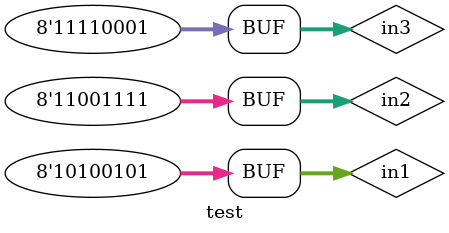
<source format=v>
`timescale 1ns / 1ps
module test();

reg [7:0]in1,in2,in3;
wire [7:0]out1;
main uut(
.i1(in1),
.i2(in2),
.i3(in3),
.o1(out1)
);

initial begin
// #10;  // delay demek ,ms cinsinden, 10ms bekle 
in1=8'hA5; // 165
in2=8'hCF; // 207
in3=8'hF1; // 241

end
endmodule
// bize a5 en kücük sayý diye out1 'e atayacak
</source>
